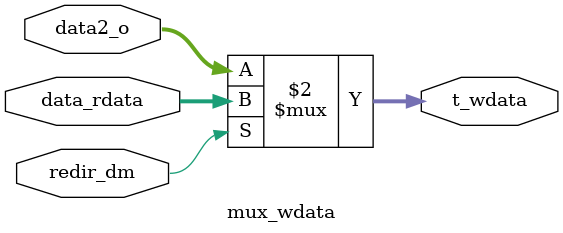
<source format=v>
`timescale 1ns / 1ps


module mux_wdata(
input redir_dm,
input [31:0]data_rdata,
input [31:0]data2_o,

output [31:0]t_wdata
    );
    assign t_wdata = (redir_dm==1)?data_rdata:data2_o;   
    
endmodule

</source>
